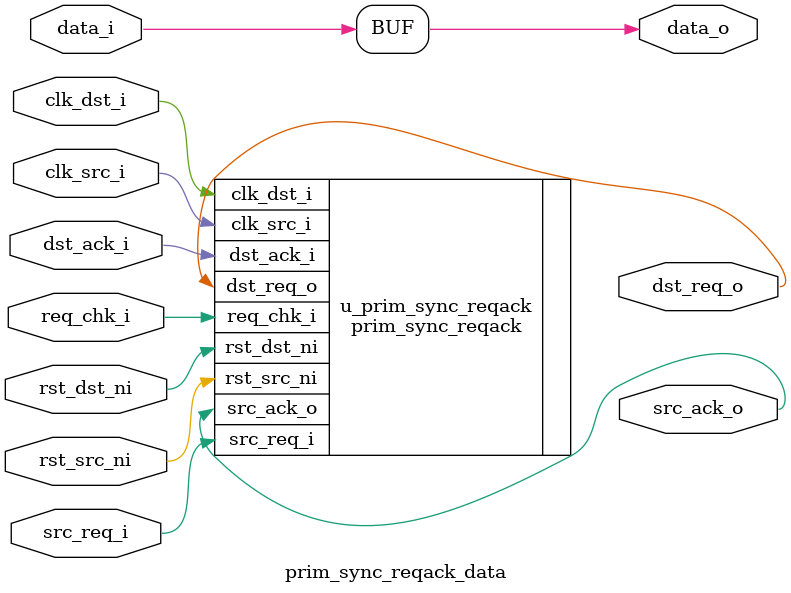
<source format=v>
module prim_sync_reqack_data (
	clk_src_i,
	rst_src_ni,
	clk_dst_i,
	rst_dst_ni,
	req_chk_i,
	src_req_i,
	src_ack_o,
	dst_req_o,
	dst_ack_i,
	data_i,
	data_o
);
	parameter [31:0] Width = 1;
	parameter [0:0] EnRstChks = 1'b0;
	parameter [0:0] DataSrc2Dst = 1'b1;
	parameter [0:0] DataReg = 1'b0;
	parameter [0:0] EnRzHs = 1'b0;
	input clk_src_i;
	input rst_src_ni;
	input clk_dst_i;
	input rst_dst_ni;
	input wire req_chk_i;
	input wire src_req_i;
	output wire src_ack_o;
	output wire dst_req_o;
	input wire dst_ack_i;
	input wire [Width - 1:0] data_i;
	output wire [Width - 1:0] data_o;
	prim_sync_reqack #(
		.EnRstChks(EnRstChks),
		.EnRzHs(EnRzHs)
	) u_prim_sync_reqack(
		.clk_src_i(clk_src_i),
		.rst_src_ni(rst_src_ni),
		.clk_dst_i(clk_dst_i),
		.rst_dst_ni(rst_dst_ni),
		.req_chk_i(req_chk_i),
		.src_req_i(src_req_i),
		.src_ack_o(src_ack_o),
		.dst_req_o(dst_req_o),
		.dst_ack_i(dst_ack_i)
	);
	generate
		if ((DataSrc2Dst == 1'b0) && (DataReg == 1'b1)) begin : gen_data_reg
			wire data_we;
			wire [Width - 1:0] data_d;
			reg [Width - 1:0] data_q;
			assign data_we = dst_req_o & dst_ack_i;
			assign data_d = data_i;
			always @(posedge clk_dst_i or negedge rst_dst_ni)
				if (!rst_dst_ni)
					data_q <= 1'sb0;
				else if (data_we)
					data_q <= data_d;
			assign data_o = data_q;
		end
		else begin : gen_no_data_reg
			assign data_o = data_i;
		end
	endgenerate
endmodule

</source>
